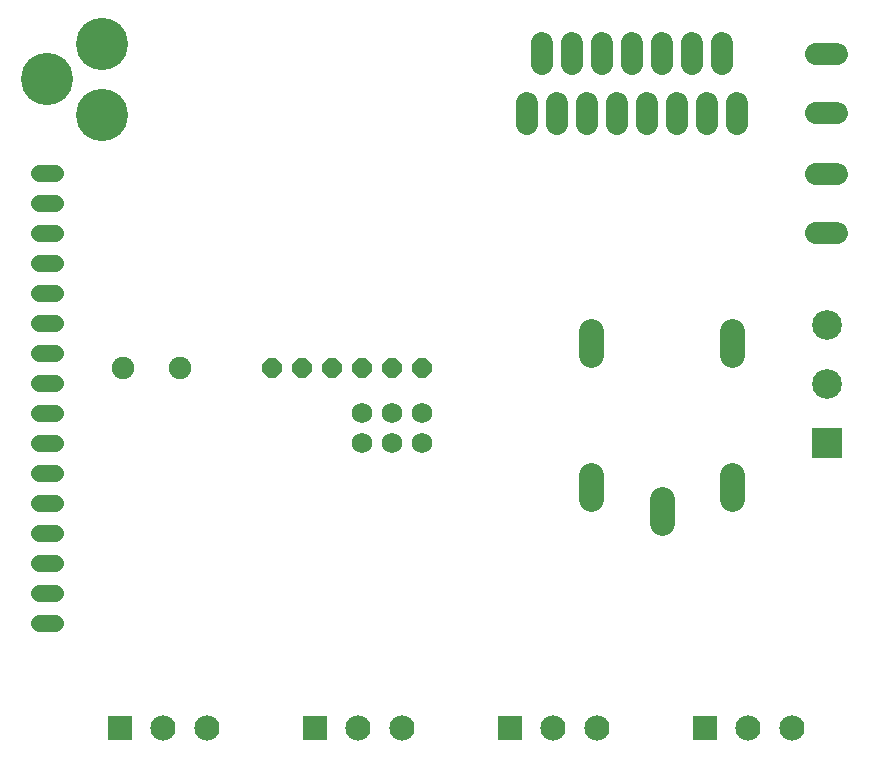
<source format=gbs>
G75*
%MOIN*%
%OFA0B0*%
%FSLAX25Y25*%
%IPPOS*%
%LPD*%
%AMOC8*
5,1,8,0,0,1.08239X$1,22.5*
%
%ADD10OC8,0.06400*%
%ADD11C,0.07487*%
%ADD12C,0.06800*%
%ADD13C,0.17400*%
%ADD14R,0.09900X0.09900*%
%ADD15C,0.09900*%
%ADD16C,0.07450*%
%ADD17C,0.07487*%
%ADD18C,0.08200*%
%ADD19R,0.08400X0.08400*%
%ADD20C,0.08400*%
%ADD21C,0.05600*%
D10*
X0089167Y0136800D03*
X0099167Y0136800D03*
X0109167Y0136800D03*
X0119167Y0136800D03*
X0129167Y0136800D03*
X0139167Y0136800D03*
D11*
X0174167Y0218257D02*
X0174167Y0225343D01*
X0184167Y0225343D02*
X0184167Y0218257D01*
X0194167Y0218257D02*
X0194167Y0225343D01*
X0204167Y0225343D02*
X0204167Y0218257D01*
X0214167Y0218257D02*
X0214167Y0225343D01*
X0224167Y0225343D02*
X0224167Y0218257D01*
X0234167Y0218257D02*
X0234167Y0225343D01*
X0244167Y0225343D02*
X0244167Y0218257D01*
X0239167Y0238257D02*
X0239167Y0245343D01*
X0229167Y0245343D02*
X0229167Y0238257D01*
X0219167Y0238257D02*
X0219167Y0245343D01*
X0209167Y0245343D02*
X0209167Y0238257D01*
X0199167Y0238257D02*
X0199167Y0245343D01*
X0189167Y0245343D02*
X0189167Y0238257D01*
X0179167Y0238257D02*
X0179167Y0245343D01*
D12*
X0139167Y0121800D03*
X0139167Y0111800D03*
X0129167Y0111800D03*
X0119167Y0111800D03*
X0119167Y0121800D03*
X0129167Y0121800D03*
D13*
X0032667Y0221363D03*
X0014163Y0233174D03*
X0032667Y0244985D03*
D14*
X0274167Y0111800D03*
D15*
X0274167Y0131485D03*
X0274167Y0151170D03*
D16*
X0277692Y0181957D02*
X0270642Y0181957D01*
X0270642Y0201643D02*
X0277692Y0201643D01*
X0277692Y0221957D02*
X0270642Y0221957D01*
X0270642Y0241643D02*
X0277692Y0241643D01*
D17*
X0058667Y0136800D03*
X0039667Y0136800D03*
D18*
X0195667Y0141400D02*
X0195667Y0149200D01*
X0242667Y0149200D02*
X0242667Y0141400D01*
X0242667Y0101200D02*
X0242667Y0093400D01*
X0219167Y0093200D02*
X0219167Y0085400D01*
X0195667Y0093400D02*
X0195667Y0101200D01*
D19*
X0038467Y0016800D03*
X0103467Y0016800D03*
X0168467Y0016800D03*
X0233467Y0016800D03*
D20*
X0247946Y0016800D03*
X0262426Y0016800D03*
X0197426Y0016800D03*
X0182946Y0016800D03*
X0132426Y0016800D03*
X0117946Y0016800D03*
X0067426Y0016800D03*
X0052946Y0016800D03*
D21*
X0016767Y0051800D02*
X0011567Y0051800D01*
X0011567Y0061800D02*
X0016767Y0061800D01*
X0016767Y0071800D02*
X0011567Y0071800D01*
X0011567Y0081800D02*
X0016767Y0081800D01*
X0016767Y0091800D02*
X0011567Y0091800D01*
X0011567Y0101800D02*
X0016767Y0101800D01*
X0016767Y0111800D02*
X0011567Y0111800D01*
X0011567Y0121800D02*
X0016767Y0121800D01*
X0016767Y0131800D02*
X0011567Y0131800D01*
X0011567Y0141800D02*
X0016767Y0141800D01*
X0016767Y0151800D02*
X0011567Y0151800D01*
X0011567Y0161800D02*
X0016767Y0161800D01*
X0016767Y0171800D02*
X0011567Y0171800D01*
X0011567Y0181800D02*
X0016767Y0181800D01*
X0016767Y0191800D02*
X0011567Y0191800D01*
X0011567Y0201800D02*
X0016767Y0201800D01*
M02*

</source>
